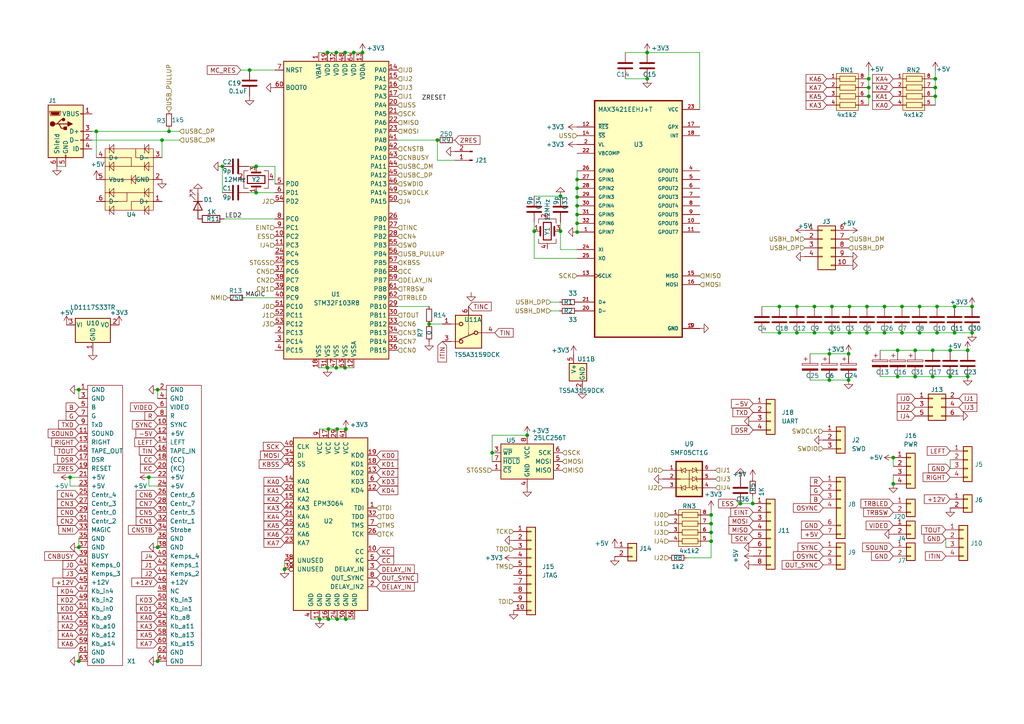
<source format=kicad_sch>
(kicad_sch (version 20230121) (generator eeschema)
  (paper "A4")
  (junction (at 167.386 67.31))
  (junction (at 74.295 55.88))
  (junction (at 276.86 96.52))
  (junction (at 281.94 96.52))
  (junction (at 167.386 64.77))
  (junction (at 261.62 96.52))
  (junction (at 281.94 88.9))
  (junction (at 167.386 54.61))
  (junction (at 206.248 154.432))
  (junction (at 187.706 15.24))
  (junction (at 231.14 88.9))
  (junction (at 265.43 101.6))
  (junction (at 45.72 191.77))
  (junction (at 271.272 27.94))
  (junction (at 95.25 124.46))
  (junction (at 275.59 109.22))
  (junction (at 256.54 96.52))
  (junction (at 102.616 15.24))
  (junction (at 49.022 38.1))
  (junction (at 280.67 101.6))
  (junction (at 167.386 59.69))
  (junction (at 236.22 96.52))
  (junction (at 94.996 15.24))
  (junction (at 22.86 158.75))
  (junction (at 142.748 131.318))
  (junction (at 162.56 67.056))
  (junction (at 241.3 96.52))
  (junction (at 270.51 109.22))
  (junction (at 270.51 101.6))
  (junction (at 97.79 124.46))
  (junction (at 45.72 158.75))
  (junction (at 231.14 96.52))
  (junction (at 240.538 110.236))
  (junction (at 251.968 22.86))
  (junction (at 74.295 48.26))
  (junction (at 251.968 25.4))
  (junction (at 280.67 109.22))
  (junction (at 167.386 52.07))
  (junction (at 152.908 126.238))
  (junction (at 100.076 106.68))
  (junction (at 97.536 106.68))
  (junction (at 226.06 96.52))
  (junction (at 154.94 67.056))
  (junction (at 276.86 88.9))
  (junction (at 214.757 146.05))
  (junction (at 260.35 101.6))
  (junction (at 94.996 106.68))
  (junction (at 27.94 38.1))
  (junction (at 82.55 165.1))
  (junction (at 218.313 146.05))
  (junction (at 246.126 110.236))
  (junction (at 251.968 27.94))
  (junction (at 124.46 93.98))
  (junction (at 256.54 88.9))
  (junction (at 167.386 62.23))
  (junction (at 271.272 22.86))
  (junction (at 246.126 102.616))
  (junction (at 240.538 102.616))
  (junction (at 260.35 109.22))
  (junction (at 246.38 96.52))
  (junction (at 271.272 25.4))
  (junction (at 271.78 88.9))
  (junction (at 251.46 88.9))
  (junction (at 46.99 40.64))
  (junction (at 206.248 151.892))
  (junction (at 97.79 179.578))
  (junction (at 92.71 179.578))
  (junction (at 43.18 138.43))
  (junction (at 72.39 20.32))
  (junction (at 251.46 96.52))
  (junction (at 246.38 88.9))
  (junction (at 64.516 48.26))
  (junction (at 266.7 96.52))
  (junction (at 259.08 132.715))
  (junction (at 275.59 101.6))
  (junction (at 97.536 15.24))
  (junction (at 22.86 191.77))
  (junction (at 261.62 88.9))
  (junction (at 271.78 96.52))
  (junction (at 95.25 179.578))
  (junction (at 162.56 56.896))
  (junction (at 241.3 88.9))
  (junction (at 100.33 179.578))
  (junction (at 100.076 15.24))
  (junction (at 259.08 140.335))
  (junction (at 105.156 15.24))
  (junction (at 167.386 57.15))
  (junction (at 206.248 156.972))
  (junction (at 20.32 138.43))
  (junction (at 236.22 88.9))
  (junction (at 126.873 40.64))
  (junction (at 226.06 88.9))
  (junction (at 100.33 124.46))
  (junction (at 265.43 109.22))
  (junction (at 187.706 22.86))
  (junction (at 206.248 149.352))
  (junction (at 45.72 113.03))
  (junction (at 22.86 113.03))
  (junction (at 266.7 88.9))
  (wire (pts (xy 82.55 162.56) (xy 82.55 165.1)))
  (wire (pts (xy 26.67 38.1) (xy 27.94 38.1)))
  (wire (pts (xy 69.85 20.32) (xy 72.39 20.32)))
  (wire (pts (xy 266.7 96.52) (xy 271.78 96.52)))
  (wire (pts (xy 20.32 140.97) (xy 22.86 140.97)))
  (wire (pts (xy 218.313 146.05) (xy 218.44 146.05)))
  (wire (pts (xy 126.873 40.64) (xy 126.873 46.482)))
  (wire (pts (xy 259.08 132.715) (xy 259.08 135.255)))
  (wire (pts (xy 251.46 96.52) (xy 256.54 96.52)))
  (wire (pts (xy 187.706 15.24) (xy 202.946 15.24)))
  (wire (pts (xy 260.35 109.22) (xy 265.43 109.22)))
  (wire (pts (xy 95.25 179.578) (xy 97.79 179.578)))
  (wire (pts (xy 241.3 96.52) (xy 246.38 96.52)))
  (wire (pts (xy 167.386 52.07) (xy 167.386 49.53)))
  (wire (pts (xy 181.356 15.24) (xy 187.706 15.24)))
  (wire (pts (xy 167.386 67.31) (xy 167.386 64.77)))
  (wire (pts (xy 206.248 151.892) (xy 206.248 154.432)))
  (wire (pts (xy 71.12 86.36) (xy 79.756 86.36)))
  (wire (pts (xy 251.46 88.9) (xy 256.54 88.9)))
  (wire (pts (xy 206.248 154.432) (xy 206.248 156.972)))
  (wire (pts (xy 265.43 109.22) (xy 270.51 109.22)))
  (wire (pts (xy 162.56 64.516) (xy 162.56 67.056)))
  (wire (pts (xy 214.757 146.05) (xy 218.313 146.05)))
  (wire (pts (xy 275.59 133.35) (xy 275.59 135.89)))
  (wire (pts (xy 102.616 15.24) (xy 105.156 15.24)))
  (wire (pts (xy 271.272 25.4) (xy 271.272 27.94)))
  (wire (pts (xy 72.136 48.26) (xy 74.295 48.26)))
  (wire (pts (xy 27.94 38.1) (xy 27.94 45.72)))
  (wire (pts (xy 45.72 115.57) (xy 45.72 113.03)))
  (wire (pts (xy 251.968 20.574) (xy 251.968 22.86)))
  (wire (pts (xy 154.94 74.93) (xy 167.386 74.93)))
  (wire (pts (xy 271.272 27.94) (xy 271.272 30.48)))
  (wire (pts (xy 218.313 143.891) (xy 218.313 146.05)))
  (wire (pts (xy 241.3 88.9) (xy 246.38 88.9)))
  (wire (pts (xy 240.538 102.616) (xy 246.126 102.616)))
  (wire (pts (xy 26.67 40.64) (xy 46.99 40.64)))
  (wire (pts (xy 234.95 110.236) (xy 240.538 110.236)))
  (wire (pts (xy 167.386 57.15) (xy 167.386 54.61)))
  (wire (pts (xy 261.62 96.52) (xy 266.7 96.52)))
  (wire (pts (xy 22.86 115.57) (xy 22.86 113.03)))
  (wire (pts (xy 266.7 88.9) (xy 271.78 88.9)))
  (wire (pts (xy 92.71 179.578) (xy 95.25 179.578)))
  (wire (pts (xy 43.18 140.97) (xy 45.72 140.97)))
  (wire (pts (xy 126.873 46.482) (xy 131.953 46.482)))
  (wire (pts (xy 206.248 149.352) (xy 206.248 151.892)))
  (wire (pts (xy 162.56 67.056) (xy 162.56 72.39)))
  (wire (pts (xy 100.076 15.24) (xy 102.616 15.24)))
  (wire (pts (xy 49.022 38.1) (xy 52.07 38.1)))
  (wire (pts (xy 46.99 40.64) (xy 46.99 45.72)))
  (wire (pts (xy 115.316 88.9) (xy 124.46 88.9)))
  (wire (pts (xy 271.272 22.86) (xy 271.272 25.4)))
  (wire (pts (xy 97.79 124.46) (xy 100.33 124.46)))
  (wire (pts (xy 246.38 88.9) (xy 251.46 88.9)))
  (wire (pts (xy 236.22 96.52) (xy 241.3 96.52)))
  (wire (pts (xy 214.376 146.05) (xy 214.757 146.05)))
  (wire (pts (xy 95.25 124.46) (xy 97.79 124.46)))
  (wire (pts (xy 234.95 102.616) (xy 240.538 102.616)))
  (wire (pts (xy 240.538 110.236) (xy 246.126 110.236)))
  (wire (pts (xy 206.248 147.828) (xy 206.248 149.352)))
  (wire (pts (xy 167.386 64.77) (xy 167.386 62.23)))
  (wire (pts (xy 16.51 48.26) (xy 19.05 48.26)))
  (wire (pts (xy 220.98 88.9) (xy 226.06 88.9)))
  (wire (pts (xy 260.35 101.6) (xy 265.43 101.6)))
  (wire (pts (xy 142.748 131.318) (xy 142.748 126.238)))
  (wire (pts (xy 276.86 88.9) (xy 281.94 88.9)))
  (wire (pts (xy 22.86 189.23) (xy 22.86 191.77)))
  (wire (pts (xy 231.14 88.9) (xy 236.22 88.9)))
  (wire (pts (xy 159.766 87.63) (xy 162.306 87.63)))
  (wire (pts (xy 261.62 88.9) (xy 266.7 88.9)))
  (wire (pts (xy 74.295 55.88) (xy 79.756 55.88)))
  (wire (pts (xy 97.536 15.24) (xy 100.076 15.24)))
  (wire (pts (xy 142.748 126.238) (xy 152.908 126.238)))
  (wire (pts (xy 100.076 106.68) (xy 102.616 106.68)))
  (wire (pts (xy 206.248 156.972) (xy 206.248 161.798)))
  (wire (pts (xy 100.33 179.578) (xy 102.87 179.578)))
  (wire (pts (xy 202.946 15.24) (xy 202.946 31.75)))
  (wire (pts (xy 94.996 106.68) (xy 97.536 106.68)))
  (wire (pts (xy 49.022 37.338) (xy 49.022 38.1)))
  (wire (pts (xy 92.456 15.24) (xy 94.996 15.24)))
  (wire (pts (xy 79.756 48.26) (xy 79.756 53.34)))
  (wire (pts (xy 255.27 109.22) (xy 260.35 109.22)))
  (wire (pts (xy 92.456 106.68) (xy 94.996 106.68)))
  (wire (pts (xy 22.86 158.75) (xy 22.86 156.21)))
  (wire (pts (xy 43.18 138.43) (xy 45.72 138.43)))
  (wire (pts (xy 271.78 88.9) (xy 276.86 88.9)))
  (wire (pts (xy 167.386 59.69) (xy 167.386 57.15)))
  (wire (pts (xy 256.54 96.52) (xy 261.62 96.52)))
  (wire (pts (xy 274.32 156.21) (xy 274.32 158.75)))
  (wire (pts (xy 90.17 179.578) (xy 92.71 179.578)))
  (wire (pts (xy 20.32 138.43) (xy 20.32 140.97)))
  (wire (pts (xy 100.076 106.68) (xy 97.536 106.68)))
  (wire (pts (xy 159.766 90.17) (xy 162.306 90.17)))
  (wire (pts (xy 251.968 25.4) (xy 251.968 27.94)))
  (wire (pts (xy 154.94 67.056) (xy 154.94 74.93)))
  (wire (pts (xy 72.39 20.32) (xy 79.756 20.32)))
  (wire (pts (xy 43.18 138.43) (xy 43.18 140.97)))
  (wire (pts (xy 97.79 179.578) (xy 100.33 179.578)))
  (wire (pts (xy 275.59 101.6) (xy 280.67 101.6)))
  (wire (pts (xy 46.99 40.64) (xy 52.07 40.64)))
  (wire (pts (xy 259.08 137.795) (xy 259.08 140.335)))
  (wire (pts (xy 226.06 88.9) (xy 231.14 88.9)))
  (wire (pts (xy 236.22 88.9) (xy 241.3 88.9)))
  (wire (pts (xy 74.295 48.26) (xy 79.756 48.26)))
  (wire (pts (xy 275.59 109.22) (xy 280.67 109.22)))
  (wire (pts (xy 94.996 15.24) (xy 97.536 15.24)))
  (wire (pts (xy 27.94 38.1) (xy 49.022 38.1)))
  (wire (pts (xy 162.56 56.896) (xy 154.94 56.896)))
  (wire (pts (xy 45.72 189.23) (xy 45.72 191.77)))
  (wire (pts (xy 167.386 62.23) (xy 167.386 59.69)))
  (wire (pts (xy 226.06 96.52) (xy 231.14 96.52)))
  (wire (pts (xy 65.024 63.5) (xy 79.756 63.5)))
  (wire (pts (xy 45.72 158.75) (xy 45.72 156.21)))
  (wire (pts (xy 154.94 64.516) (xy 154.94 67.056)))
  (wire (pts (xy 271.272 20.574) (xy 271.272 22.86)))
  (wire (pts (xy 72.136 55.88) (xy 74.295 55.88)))
  (wire (pts (xy 251.968 22.86) (xy 251.968 25.4)))
  (wire (pts (xy 270.51 101.6) (xy 275.59 101.6)))
  (wire (pts (xy 115.316 40.64) (xy 126.873 40.64)))
  (wire (pts (xy 92.71 124.46) (xy 95.25 124.46)))
  (wire (pts (xy 162.56 72.39) (xy 167.386 72.39)))
  (wire (pts (xy 251.968 27.94) (xy 251.968 30.48)))
  (wire (pts (xy 255.27 101.6) (xy 260.35 101.6)))
  (wire (pts (xy 231.14 96.52) (xy 236.22 96.52)))
  (wire (pts (xy 124.46 93.98) (xy 128.27 93.98)))
  (wire (pts (xy 142.748 131.318) (xy 142.748 133.858)))
  (wire (pts (xy 167.386 54.61) (xy 167.386 52.07)))
  (wire (pts (xy 256.54 88.9) (xy 261.62 88.9)))
  (wire (pts (xy 271.78 96.52) (xy 276.86 96.52)))
  (wire (pts (xy 181.356 22.86) (xy 187.706 22.86)))
  (wire (pts (xy 20.32 138.43) (xy 22.86 138.43)))
  (wire (pts (xy 246.38 96.52) (xy 251.46 96.52)))
  (wire (pts (xy 276.86 96.52) (xy 281.94 96.52)))
  (wire (pts (xy 265.43 101.6) (xy 270.51 101.6)))
  (wire (pts (xy 220.98 96.52) (xy 226.06 96.52)))
  (wire (pts (xy 199.136 161.798) (xy 206.248 161.798)))
  (wire (pts (xy 64.516 48.26) (xy 64.516 55.88)))
  (wire (pts (xy 270.51 109.22) (xy 275.59 109.22)))
  (label "MAGIC" (at 71.12 86.36 0))
  (label "LED2" (at 65.278 63.5 0))
  (label "ZRESET" (at 122.301 29.337 0))
  (global_label "DELAY_IN" (shape input) (at 109.22 170.18 0) (property "Intersheetrefs" "${INTERSHEET_REFS}" (effects hide)))
  (global_label "+5V" (shape input) (at 238.76 154.94 180) (property "Intersheetrefs" "${INTERSHEET_REFS}" (effects hide)))
  (global_label "ZRES" (shape input) (at 22.86 135.89 180) (property "Intersheetrefs" "${INTERSHEET_REFS}" (effects hide)))
  (global_label "KA7" (shape input) (at 82.55 157.48 180) (property "Intersheetrefs" "${INTERSHEET_REFS}" (effects hide)))
  (global_label "KD2" (shape input) (at 109.22 137.16 0) (property "Intersheetrefs" "${INTERSHEET_REFS}" (effects hide)))
  (global_label "KD0" (shape input) (at 22.86 176.53 180) (property "Intersheetrefs" "${INTERSHEET_REFS}" (effects hide)))
  (global_label "J0" (shape input) (at 22.86 163.83 180) (property "Intersheetrefs" "${INTERSHEET_REFS}" (effects hide)))
  (global_label "DELAY_IN" (shape input) (at 109.22 165.1 0) (property "Intersheetrefs" "${INTERSHEET_REFS}" (effects hide)))
  (global_label "G" (shape input) (at 238.76 142.24 180) (property "Intersheetrefs" "${INTERSHEET_REFS}" (effects hide)))
  (global_label "OUT_SYNC" (shape input) (at 109.22 167.64 0) (property "Intersheetrefs" "${INTERSHEET_REFS}" (effects hide)))
  (global_label "KA6" (shape input) (at 22.86 186.69 180) (property "Intersheetrefs" "${INTERSHEET_REFS}" (effects hide)))
  (global_label "KA2" (shape input) (at 82.55 144.78 180) (property "Intersheetrefs" "${INTERSHEET_REFS}" (effects hide)))
  (global_label "MOSI" (shape input) (at 82.55 132.08 180) (property "Intersheetrefs" "${INTERSHEET_REFS}" (effects hide)))
  (global_label "KC" (shape input) (at 109.22 160.02 0) (property "Intersheetrefs" "${INTERSHEET_REFS}" (effects hide)))
  (global_label "TINC" (shape input) (at 135.89 88.9 0) (property "Intersheetrefs" "${INTERSHEET_REFS}" (effects hide)))
  (global_label "J1" (shape input) (at 45.72 163.83 180) (property "Intersheetrefs" "${INTERSHEET_REFS}" (effects hide)))
  (global_label "KA5" (shape input) (at 239.776 27.94 180) (property "Intersheetrefs" "${INTERSHEET_REFS}" (effects hide)))
  (global_label "IJ2" (shape input) (at 265.43 118.11 180) (property "Intersheetrefs" "${INTERSHEET_REFS}" (effects hide)))
  (global_label "KD1" (shape input) (at 45.72 176.53 180) (property "Intersheetrefs" "${INTERSHEET_REFS}" (effects hide)))
  (global_label "KA0" (shape input) (at 259.08 30.48 180) (property "Intersheetrefs" "${INTERSHEET_REFS}" (effects hide)))
  (global_label "J3" (shape input) (at 22.86 166.37 180) (property "Intersheetrefs" "${INTERSHEET_REFS}" (effects hide)))
  (global_label "ITIN" (shape input) (at 274.32 161.29 180) (property "Intersheetrefs" "${INTERSHEET_REFS}" (effects hide)))
  (global_label "ZRES" (shape input) (at 131.953 40.64 0) (property "Intersheetrefs" "${INTERSHEET_REFS}" (effects hide)))
  (global_label "J4" (shape input) (at 45.72 161.29 180) (property "Intersheetrefs" "${INTERSHEET_REFS}" (effects hide)))
  (global_label "CN4" (shape input) (at 22.86 143.51 180) (property "Intersheetrefs" "${INTERSHEET_REFS}" (effects hide)))
  (global_label "TRBSW" (shape input) (at 259.08 148.59 180) (property "Intersheetrefs" "${INTERSHEET_REFS}" (effects hide)))
  (global_label "RIGHT" (shape input) (at 275.59 138.43 180) (property "Intersheetrefs" "${INTERSHEET_REFS}" (effects hide)))
  (global_label "KD3" (shape input) (at 109.22 139.7 0) (property "Intersheetrefs" "${INTERSHEET_REFS}" (effects hide)))
  (global_label "KA7" (shape input) (at 45.72 186.69 180) (property "Intersheetrefs" "${INTERSHEET_REFS}" (effects hide)))
  (global_label "CC" (shape input) (at 109.22 162.56 0) (property "Intersheetrefs" "${INTERSHEET_REFS}" (effects hide)))
  (global_label "KA1" (shape input) (at 259.08 27.94 180) (property "Intersheetrefs" "${INTERSHEET_REFS}" (effects hide)))
  (global_label "CN6" (shape input) (at 45.72 143.51 180) (property "Intersheetrefs" "${INTERSHEET_REFS}" (effects hide)))
  (global_label "CC" (shape input) (at 45.72 133.35 180) (property "Intersheetrefs" "${INTERSHEET_REFS}" (effects hide)))
  (global_label "GND" (shape input) (at 275.59 135.89 180) (property "Intersheetrefs" "${INTERSHEET_REFS}" (effects hide)))
  (global_label "KA7" (shape input) (at 239.776 25.4 180) (property "Intersheetrefs" "${INTERSHEET_REFS}" (effects hide)))
  (global_label "OSYNC" (shape input) (at 238.76 147.32 180) (property "Intersheetrefs" "${INTERSHEET_REFS}" (effects hide)))
  (global_label "KD2" (shape input) (at 22.86 173.99 180) (property "Intersheetrefs" "${INTERSHEET_REFS}" (effects hide)))
  (global_label "+12V" (shape input) (at 275.59 144.78 180) (property "Intersheetrefs" "${INTERSHEET_REFS}" (effects hide)))
  (global_label "KD4" (shape input) (at 22.86 171.45 180) (property "Intersheetrefs" "${INTERSHEET_REFS}" (effects hide)))
  (global_label "SOUND" (shape input) (at 22.86 125.73 180) (property "Intersheetrefs" "${INTERSHEET_REFS}" (effects hide)))
  (global_label "R" (shape input) (at 45.72 120.65 180) (property "Intersheetrefs" "${INTERSHEET_REFS}" (effects hide)))
  (global_label "CN1" (shape input) (at 45.72 151.13 180) (property "Intersheetrefs" "${INTERSHEET_REFS}" (effects hide)))
  (global_label "TXD" (shape input) (at 218.44 119.634 180) (property "Intersheetrefs" "${INTERSHEET_REFS}" (effects hide)))
  (global_label "TXD" (shape input) (at 22.86 123.19 180) (property "Intersheetrefs" "${INTERSHEET_REFS}" (effects hide)))
  (global_label "MC_RES" (shape input) (at 69.85 20.32 180) (property "Intersheetrefs" "${INTERSHEET_REFS}" (effects hide)))
  (global_label "KA3" (shape input) (at 82.55 147.32 180) (property "Intersheetrefs" "${INTERSHEET_REFS}" (effects hide)))
  (global_label "B" (shape input) (at 238.76 144.78 180) (property "Intersheetrefs" "${INTERSHEET_REFS}" (effects hide)))
  (global_label "VIDEO" (shape input) (at 45.72 118.11 180) (property "Intersheetrefs" "${INTERSHEET_REFS}" (effects hide)))
  (global_label "RIGHT" (shape input) (at 22.86 128.27 180) (property "Intersheetrefs" "${INTERSHEET_REFS}" (effects hide)))
  (global_label "KA0" (shape input) (at 45.72 179.07 180) (property "Intersheetrefs" "${INTERSHEET_REFS}" (effects hide)))
  (global_label "SOUND" (shape input) (at 259.08 158.75 180) (property "Intersheetrefs" "${INTERSHEET_REFS}" (effects hide)))
  (global_label "GND" (shape input) (at 274.32 156.21 180) (property "Intersheetrefs" "${INTERSHEET_REFS}" (effects hide)))
  (global_label "SCK" (shape input) (at 82.55 129.54 180) (property "Intersheetrefs" "${INTERSHEET_REFS}" (effects hide)))
  (global_label "KA4" (shape input) (at 22.86 184.15 180) (property "Intersheetrefs" "${INTERSHEET_REFS}" (effects hide)))
  (global_label "SYNC" (shape input) (at 45.72 123.19 180) (property "Intersheetrefs" "${INTERSHEET_REFS}" (effects hide)))
  (global_label "KA4" (shape input) (at 259.08 22.86 180) (property "Intersheetrefs" "${INTERSHEET_REFS}" (effects hide)))
  (global_label "IJ1" (shape input) (at 278.13 115.57 0) (property "Intersheetrefs" "${INTERSHEET_REFS}" (effects hide)))
  (global_label "ESS" (shape input) (at 214.376 146.05 180) (property "Intersheetrefs" "${INTERSHEET_REFS}" (effects hide)))
  (global_label "KA3" (shape input) (at 239.776 30.48 180) (property "Intersheetrefs" "${INTERSHEET_REFS}" (effects hide)))
  (global_label "OSYNC" (shape input) (at 238.76 161.29 180) (property "Intersheetrefs" "${INTERSHEET_REFS}" (effects hide)))
  (global_label "GND" (shape input) (at 259.08 161.29 180) (property "Intersheetrefs" "${INTERSHEET_REFS}" (effects hide)))
  (global_label "EINT" (shape input) (at 218.44 148.59 180) (property "Intersheetrefs" "${INTERSHEET_REFS}" (effects hide)))
  (global_label "KA0" (shape input) (at 82.55 139.7 180) (property "Intersheetrefs" "${INTERSHEET_REFS}" (effects hide)))
  (global_label "NMI" (shape input) (at 22.86 153.67 180) (property "Intersheetrefs" "${INTERSHEET_REFS}" (effects hide)))
  (global_label "KA2" (shape input) (at 22.86 181.61 180) (property "Intersheetrefs" "${INTERSHEET_REFS}" (effects hide)))
  (global_label "LEFT" (shape input) (at 45.72 128.27 180) (property "Intersheetrefs" "${INTERSHEET_REFS}" (effects hide)))
  (global_label "R" (shape input) (at 238.76 139.7 180) (property "Intersheetrefs" "${INTERSHEET_REFS}" (effects hide)))
  (global_label "KD1" (shape input) (at 109.22 134.62 0) (property "Intersheetrefs" "${INTERSHEET_REFS}" (effects hide)))
  (global_label "TIN" (shape input) (at 45.72 130.81 180) (property "Intersheetrefs" "${INTERSHEET_REFS}" (effects hide)))
  (global_label "J2" (shape input) (at 45.72 166.37 180) (property "Intersheetrefs" "${INTERSHEET_REFS}" (effects hide)))
  (global_label "KA2" (shape input) (at 259.08 25.4 180) (property "Intersheetrefs" "${INTERSHEET_REFS}" (effects hide)))
  (global_label "TOUT" (shape input) (at 274.32 153.67 180) (property "Intersheetrefs" "${INTERSHEET_REFS}" (effects hide)))
  (global_label "VIDEO" (shape input) (at 259.08 152.4 180) (property "Intersheetrefs" "${INTERSHEET_REFS}" (effects hide)))
  (global_label "KD0" (shape input) (at 109.22 132.08 0) (property "Intersheetrefs" "${INTERSHEET_REFS}" (effects hide)))
  (global_label "KA5" (shape input) (at 45.72 184.15 180) (property "Intersheetrefs" "${INTERSHEET_REFS}" (effects hide)))
  (global_label "TOUT" (shape input) (at 22.86 130.81 180) (property "Intersheetrefs" "${INTERSHEET_REFS}" (effects hide)))
  (global_label "B" (shape input) (at 22.86 118.11 180) (property "Intersheetrefs" "${INTERSHEET_REFS}" (effects hide)))
  (global_label "+12V" (shape input) (at 22.86 168.91 180) (property "Intersheetrefs" "${INTERSHEET_REFS}" (effects hide)))
  (global_label "SCK" (shape input) (at 218.44 156.21 180) (property "Intersheetrefs" "${INTERSHEET_REFS}" (effects hide)))
  (global_label "G" (shape input) (at 22.86 120.65 180) (property "Intersheetrefs" "${INTERSHEET_REFS}" (effects hide)))
  (global_label "SYNC" (shape input) (at 238.76 158.75 180) (property "Intersheetrefs" "${INTERSHEET_REFS}" (effects hide)))
  (global_label "CN3" (shape input) (at 22.86 146.05 180) (property "Intersheetrefs" "${INTERSHEET_REFS}" (effects hide)))
  (global_label "KA5" (shape input) (at 82.55 152.4 180) (property "Intersheetrefs" "${INTERSHEET_REFS}" (effects hide)))
  (global_label "-5V" (shape input) (at 45.72 125.73 180) (property "Intersheetrefs" "${INTERSHEET_REFS}" (effects hide)))
  (global_label "KD4" (shape input) (at 109.22 142.24 0) (property "Intersheetrefs" "${INTERSHEET_REFS}" (effects hide)))
  (global_label "CN5" (shape input) (at 45.72 148.59 180) (property "Intersheetrefs" "${INTERSHEET_REFS}" (effects hide)))
  (global_label "KA6" (shape input) (at 82.55 154.94 180) (property "Intersheetrefs" "${INTERSHEET_REFS}" (effects hide)))
  (global_label "TIN" (shape input) (at 143.51 96.52 0) (property "Intersheetrefs" "${INTERSHEET_REFS}" (effects hide)))
  (global_label "MOSI" (shape input) (at 218.44 151.13 180) (property "Intersheetrefs" "${INTERSHEET_REFS}" (effects hide)))
  (global_label "KD3" (shape input) (at 45.72 173.99 180) (property "Intersheetrefs" "${INTERSHEET_REFS}" (effects hide)))
  (global_label "DSR" (shape input) (at 218.44 124.714 180) (property "Intersheetrefs" "${INTERSHEET_REFS}" (effects hide)))
  (global_label "CN2" (shape input) (at 22.86 151.13 180) (property "Intersheetrefs" "${INTERSHEET_REFS}" (effects hide)))
  (global_label "IJ0" (shape input) (at 265.43 115.57 180) (property "Intersheetrefs" "${INTERSHEET_REFS}" (effects hide)))
  (global_label "KA1" (shape input) (at 22.86 179.07 180) (property "Intersheetrefs" "${INTERSHEET_REFS}" (effects hide)))
  (global_label "KA4" (shape input) (at 82.55 149.86 180) (property "Intersheetrefs" "${INTERSHEET_REFS}" (effects hide)))
  (global_label "ITIN" (shape input) (at 128.27 99.06 270) (property "Intersheetrefs" "${INTERSHEET_REFS}" (effects hide)))
  (global_label "MISO" (shape input) (at 218.44 153.67 180) (property "Intersheetrefs" "${INTERSHEET_REFS}" (effects hide)))
  (global_label "TRBLED" (shape input) (at 259.08 146.05 180) (property "Intersheetrefs" "${INTERSHEET_REFS}" (effects hide)))
  (global_label "OUT_SYNC" (shape input) (at 238.76 163.83 180) (property "Intersheetrefs" "${INTERSHEET_REFS}" (effects hide)))
  (global_label "DSR" (shape input) (at 22.86 133.35 180) (property "Intersheetrefs" "${INTERSHEET_REFS}" (effects hide)))
  (global_label "KBSS" (shape input) (at 82.55 134.62 180) (property "Intersheetrefs" "${INTERSHEET_REFS}" (effects hide)))
  (global_label "CN0" (shape input) (at 22.86 148.59 180) (property "Intersheetrefs" "${INTERSHEET_REFS}" (effects hide)))
  (global_label "KC" (shape input) (at 45.72 135.89 180) (property "Intersheetrefs" "${INTERSHEET_REFS}" (effects hide)))
  (global_label "IJ4" (shape input) (at 265.43 120.65 180) (property "Intersheetrefs" "${INTERSHEET_REFS}" (effects hide)))
  (global_label "CNBUSY" (shape input) (at 22.86 161.29 180) (property "Intersheetrefs" "${INTERSHEET_REFS}" (effects hide)))
  (global_label "+12V" (shape input) (at 45.72 168.91 180) (property "Intersheetrefs" "${INTERSHEET_REFS}" (effects hide)))
  (global_label "CNSTB" (shape input) (at 45.72 153.67 180) (property "Intersheetrefs" "${INTERSHEET_REFS}" (effects hide)))
  (global_label "LEFT" (shape input) (at 275.59 130.81 180) (property "Intersheetrefs" "${INTERSHEET_REFS}" (effects hide)))
  (global_label "IJ3" (shape input) (at 278.13 118.11 0) (property "Intersheetrefs" "${INTERSHEET_REFS}" (effects hide)))
  (global_label "GND" (shape input) (at 238.76 152.4 180) (property "Intersheetrefs" "${INTERSHEET_REFS}" (effects hide)))
  (global_label "KA6" (shape input) (at 239.776 22.86 180) (property "Intersheetrefs" "${INTERSHEET_REFS}" (effects hide)))
  (global_label "KA1" (shape input) (at 82.55 142.24 180) (property "Intersheetrefs" "${INTERSHEET_REFS}" (effects hide)))
  (global_label "-5V" (shape input) (at 218.44 117.094 180) (property "Intersheetrefs" "${INTERSHEET_REFS}" (effects hide)))
  (global_label "KA3" (shape input) (at 45.72 181.61 180) (property "Intersheetrefs" "${INTERSHEET_REFS}" (effects hide)))
  (global_label "CN7" (shape input) (at 45.72 146.05 180) (property "Intersheetrefs" "${INTERSHEET_REFS}" (effects hide)))
  (hierarchical_label "TMS" (shape input) (at 148.971 164.338 180))
  (hierarchical_label "SCK" (shape input) (at 115.316 33.02 0))
  (hierarchical_label "USBH_DM" (shape input) (at 233.426 69.342 180))
  (hierarchical_label "NMI" (shape input) (at 66.04 86.36 180))
  (hierarchical_label "CN0" (shape input) (at 115.316 101.6 0))
  (hierarchical_label "USS" (shape input) (at 167.386 39.37 180))
  (hierarchical_label "SWDIO" (shape input) (at 238.76 130.175 180))
  (hierarchical_label "J4" (shape input) (at 115.316 58.42 0))
  (hierarchical_label "MISO" (shape input) (at 163.068 136.398 0))
  (hierarchical_label "IJ1" (shape input) (at 207.518 136.398 0))
  (hierarchical_label "J1" (shape input) (at 79.756 91.44 180))
  (hierarchical_label "J0" (shape input) (at 79.756 88.9 180))
  (hierarchical_label "CN1" (shape input) (at 79.756 83.82 180))
  (hierarchical_label "TDI" (shape input) (at 148.971 174.498 180))
  (hierarchical_label "TCK" (shape input) (at 109.22 154.94 0))
  (hierarchical_label "USBC_DM" (shape input) (at 52.07 40.64 0))
  (hierarchical_label "SWDCLK" (shape input) (at 238.76 125.095 180))
  (hierarchical_label "IJ2" (shape input) (at 194.056 161.798 180))
  (hierarchical_label "TMS" (shape input) (at 109.22 152.4 0))
  (hierarchical_label "CN4" (shape input) (at 115.316 68.58 0))
  (hierarchical_label "MOSI" (shape input) (at 163.068 133.858 0))
  (hierarchical_label "MISO" (shape input) (at 202.946 80.01 0))
  (hierarchical_label "USBC_DP" (shape input) (at 52.07 38.1 0))
  (hierarchical_label "CN5" (shape input) (at 79.756 78.74 180))
  (hierarchical_label "J3" (shape input) (at 79.756 93.98 180))
  (hierarchical_label "IJ3" (shape input) (at 207.518 138.938 0))
  (hierarchical_label "SWO" (shape input) (at 115.316 71.12 0))
  (hierarchical_label "TCK" (shape input) (at 148.971 154.178 180))
  (hierarchical_label "ESS" (shape input) (at 79.756 68.58 180))
  (hierarchical_label "TDI" (shape input) (at 109.22 147.32 0))
  (hierarchical_label "IJ3" (shape input) (at 194.056 154.432 180))
  (hierarchical_label "IJ0" (shape input) (at 194.056 149.352 180))
  (hierarchical_label "CNSTB" (shape input) (at 115.316 43.18 0))
  (hierarchical_label "USS" (shape input) (at 115.316 30.48 0))
  (hierarchical_label "TDO" (shape input) (at 109.22 149.86 0))
  (hierarchical_label "USBH_DM" (shape input) (at 159.766 90.17 180))
  (hierarchical_label "CN2" (shape input) (at 79.756 81.28 180))
  (hierarchical_label "IJ0" (shape input) (at 115.316 20.32 0))
  (hierarchical_label "USBH_DP" (shape input) (at 159.766 87.63 180))
  (hierarchical_label "CN6" (shape input) (at 115.316 93.98 0))
  (hierarchical_label "IJ0" (shape input) (at 192.278 136.398 180))
  (hierarchical_label "IJ4" (shape input) (at 79.756 71.12 180))
  (hierarchical_label "MISO" (shape input) (at 115.316 35.56 0))
  (hierarchical_label "SWDIO" (shape input) (at 115.316 53.34 0))
  (hierarchical_label "J2" (shape input) (at 79.756 58.42 180))
  (hierarchical_label "USB_PULLUP" (shape input) (at 115.316 73.66 0))
  (hierarchical_label "IJ1" (shape input) (at 115.316 27.94 0))
  (hierarchical_label "IJ1" (shape input) (at 194.056 151.892 180))
  (hierarchical_label "USBH_DM" (shape input) (at 246.126 69.342 0))
  (hierarchical_label "SWDCLK" (shape input) (at 115.316 55.88 0))
  (hierarchical_label "STGSS" (shape input) (at 79.756 76.2 180))
  (hierarchical_label "STGSS" (shape input) (at 142.748 136.398 180))
  (hierarchical_label "CN7" (shape input) (at 115.316 99.06 0))
  (hierarchical_label "IJ4" (shape input) (at 207.518 141.478 0))
  (hierarchical_label "KBSS" (shape input) (at 115.316 76.2 0))
  (hierarchical_label "CNBUSY" (shape input) (at 115.316 45.72 0))
  (hierarchical_label "USBC_DP" (shape input) (at 115.316 50.8 0))
  (hierarchical_label "MOSI" (shape input) (at 202.946 82.55 0))
  (hierarchical_label "TRBSW" (shape input) (at 115.316 83.82 0))
  (hierarchical_label "IJ4" (shape input) (at 194.056 156.972 180))
  (hierarchical_label "IJ3" (shape input) (at 115.316 25.4 0))
  (hierarchical_label "TOUT" (shape input) (at 115.316 91.44 0))
  (hierarchical_label "IJ2" (shape input) (at 192.278 141.478 180))
  (hierarchical_label "SCK" (shape input) (at 167.386 80.01 180))
  (hierarchical_label "IJ2" (shape input) (at 115.316 22.86 0))
  (hierarchical_label "CN3" (shape input) (at 115.316 96.52 0))
  (hierarchical_label "TDO" (shape input) (at 148.971 159.258 180))
  (hierarchical_label "DELAY_IN" (shape input) (at 115.316 81.28 0))
  (hierarchical_label "USB_PULLUP" (shape input) (at 49.022 32.258 90))
  (hierarchical_label "TRBLED" (shape input) (at 115.316 86.36 0))
  (hierarchical_label "USBC_DM" (shape input) (at 115.316 48.26 0))
  (hierarchical_label "USBH_DP" (shape input) (at 233.426 71.882 180))
  (hierarchical_label "TINC" (shape input) (at 115.316 66.04 0))
  (hierarchical_label "SCK" (shape input) (at 163.068 131.318 0))
  (hierarchical_label "EINT" (shape input) (at 79.756 66.04 180))
  (hierarchical_label "MOSI" (shape input) (at 115.316 38.1 0))
  (hierarchical_label "CC" (shape input) (at 115.316 78.74 0))
  (hierarchical_label "USBH_DP" (shape input) (at 246.126 71.882 0))
  (symbol (lib_id "MAX3421EEHJ_T:MAX3421EEHJ+T") (at 185.166 62.23 0) (unit 1)
    (property "Reference" "U3" (at 185.166 41.91 0))
    (property "Value" "MAX3421EEHJ+T" (at 181.356 31.75 0))
    (property "Footprint" "Package_QFP:LQFP-32_5x5mm_P0.5mm" (effects hide))
    (property "Description" "\\nUSB Controller USB 2.0 SPI Interface 32-TQFP (5x5)\\n" (effects hide))
    (property "Price" "None" (effects hide))
    (property "Availability" "In Stock" (effects hide))
    (property "MP" "MAX3421EEHJ+T" (effects hide))
    (property "MF" "Maxim Integrated" (effects hide))
    (property "Purchase-URL" "https://pricing.snapeda.com/search/part/MAX3421EEHJ+T/?ref=eda" (effects hide))
    (property "Package" "TQFP-32 Maxim" (effects hide))
  )
  (symbol (lib_id "power:GND") (at 202.946 95.25 90) (unit 1)
    (property "Reference" "#PWR0101" (effects hide))
    (property "Value" "GND" (effects hide))
  )
  (symbol (lib_id "power:+3.3V") (at 187.706 15.24 0) (unit 1)
    (property "Reference" "#PWR0102" (effects hide))
    (property "Value" "+3.3V" (at 191.516 13.97 0))
  )
  (symbol (lib_id "power:GND") (at 79.756 25.4 270) (unit 1)
    (property "Reference" "#PWR0103" (effects hide))
    (property "Value" "GND" (effects hide))
  )
  (symbol (lib_id "psk:EPM3064_KbdHub") (at 102.87 165.1 0) (unit 1)
    (property "Reference" "U2" (at 95.25 151.13 0))
    (property "Value" "EPM3064" (at 95.25 146.05 0))
    (property "Footprint" "Package_QFP:TQFP-44_10x10mm_P0.8mm" (effects hide))
  )
  (symbol (lib_id "psk:ScorpionEdgeConnector") (at 35.56 156.21 0) (unit 1)
    (property "Reference" "X1" (at 36.83 191.77 0) (effects (justify left)))
    (property "Value" "ScorpionEdgeConnector" (effects hide))
    (property "Footprint" "card:PADS_2.5_32" (effects hide))
  )
  (symbol (lib_id "power:GND") (at 22.86 191.77 270) (unit 1)
    (property "Reference" "#PWR0105" (effects hide))
    (property "Value" "GND" (effects hide))
  )
  (symbol (lib_id "power:GND") (at 45.72 191.77 270) (unit 1)
    (property "Reference" "#PWR0106" (effects hide))
    (property "Value" "GND" (effects hide))
  )
  (symbol (lib_id "power:GND") (at 22.86 113.03 270) (unit 1)
    (property "Reference" "#PWR0107" (effects hide))
    (property "Value" "GND" (effects hide))
  )
  (symbol (lib_id "power:GND") (at 45.72 113.03 270) (unit 1)
    (property "Reference" "#PWR0108" (effects hide))
    (property "Value" "GND" (effects hide))
  )
  (symbol (lib_id "Device:Crystal_GND24") (at 74.295 52.07 90) (unit 1)
    (property "Reference" "Y2" (at 73.025 52.07 90) (effects (justify right)))
    (property "Value" "12MHz" (at 64.897 52.07 90) (effects (justify right)))
    (property "Footprint" "Crystal:Crystal_SMD_3225-4Pin_3.2x2.5mm" (effects hide))
  )
  (symbol (lib_id "Device:C") (at 68.326 55.88 270) (unit 1)
    (property "Reference" "C1" (at 64.516 54.61 90) (effects (justify left)))
    (property "Value" "9p" (at 64.516 57.15 90) (effects (justify left)))
    (property "Footprint" "Capacitor_SMD:C_0805_2012Metric" (effects hide))
  )
  (symbol (lib_id "Device:C") (at 68.326 48.26 270) (unit 1)
    (property "Reference" "C2" (at 64.516 46.99 90) (effects (justify left)))
    (property "Value" "9p" (at 64.516 49.53 90) (effects (justify left)))
    (property "Footprint" "Capacitor_SMD:C_0805_2012Metric" (effects hide))
  )
  (symbol (lib_id "power:GND") (at 64.516 48.26 270) (unit 1)
    (property "Reference" "#PWR0110" (effects hide))
    (property "Value" "GND" (effects hide))
  )
  (symbol (lib_id "Connector:USB_B_Mini") (at 19.05 38.1 0) (unit 1)
    (property "Reference" "J1" (at 15.24 29.21 0))
    (property "Value" "USB_B_Mini" (effects hide))
    (property "Footprint" "card:usb_mini" (effects hide))
  )
  (symbol (lib_id "Device:R_Small") (at 164.846 87.63 270) (unit 1)
    (property "Reference" "R1" (at 164.846 87.63 90))
    (property "Value" "33" (at 166.116 85.09 90))
    (property "Footprint" "Resistor_SMD:R_0805_2012Metric" (effects hide))
  )
  (symbol (lib_id "Device:R_Small") (at 164.846 90.17 270) (unit 1)
    (property "Reference" "R2" (at 164.846 90.17 90))
    (property "Value" "33" (at 166.116 92.71 90))
    (property "Footprint" "Resistor_SMD:R_0805_2012Metric" (effects hide))
  )
  (symbol (lib_id "psk:IP4220CZ6") (at 38.1 63.5 0) (unit 1)
    (property "Reference" "U4" (at 38.1 62.23 0))
    (property "Value" "IP4220CZ6" (effects hide))
    (property "Footprint" "Package_SO:TSOP-6_1.65x3.05mm_P0.95mm" (effects hide))
  )
  (symbol (lib_id "Device:C") (at 275.59 105.41 0) (unit 1)
    (property "Reference" "C21" (at 274.32 107.95 0) (effects (justify left)))
    (property "Value" "C" (effects hide))
    (property "Footprint" "Capacitor_SMD:C_0805_2012Metric" (effects hide))
  )
  (symbol (lib_id "Device:C") (at 280.67 105.41 0) (unit 1)
    (property "Reference" "C23" (at 279.4 107.95 0) (effects (justify left)))
    (property "Value" "C" (effects hide))
    (property "Footprint" "Capacitor_SMD:C_0805_2012Metric" (effects hide))
  )
  (symbol (lib_id "power:GND") (at 280.67 109.22 0) (unit 1)
    (property "Reference" "#PWR0134" (effects hide))
    (property "Value" "GND" (effects hide))
  )
  (symbol (lib_id "power:+5V") (at 280.67 101.6 0) (unit 1)
    (property "Reference" "#PWR0141" (effects hide))
    (property "Value" "+5V" (at 276.86 100.33 0))
  )
  (symbol (lib_id "power:GND") (at 45.72 158.75 270) (unit 1)
    (property "Reference" "#PWR0119" (effects hide))
    (property "Value" "GND" (effects hide))
  )
  (symbol (lib_id "power:+3.3V") (at 100.33 124.46 0) (unit 1)
    (property "Reference" "#PWR0115" (effects hide))
    (property "Value" "+3.3V" (at 104.14 123.19 0))
  )
  (symbol (lib_id "power:GND") (at 22.86 158.75 270) (unit 1)
    (property "Reference" "#PWR0120" (effects hide))
    (property "Value" "GND" (effects hide))
  )
  (symbol (lib_id "power:GND") (at 167.386 67.31 270) (unit 1)
    (property "Reference" "#PWR0117" (effects hide))
    (property "Value" "GND" (effects hide))
  )
  (symbol (lib_id "Device:R_Small") (at 49.022 34.798 0) (unit 1)
    (property "Reference" "R3" (at 46.736 35.052 0))
    (property "Value" "1k5" (at 51.562 34.798 0))
    (property "Footprint" "Resistor_SMD:R_0805_2012Metric" (effects hide))
  )
  (symbol (lib_id "power:GND") (at 16.51 48.26 0) (unit 1)
    (property "Reference" "#PWR0112" (effects hide))
    (property "Value" "GND" (effects hide))
  )
  (symbol (lib_id "power:GND") (at 46.99 52.07 0) (unit 1)
    (property "Reference" "#PWR0135" (effects hide))
    (property "Value" "GND" (effects hide))
  )
  (symbol (lib_id "power:+5V") (at 27.94 52.07 0) (unit 1)
    (property "Reference" "#PWR0142" (effects hide))
    (property "Value" "+5V" (at 28.321 47.6758 0))
  )
  (symbol (lib_id "Device:C") (at 251.46 92.71 0) (unit 1)
    (property "Reference" "C5" (at 250.19 95.25 0) (effects (justify left)))
    (property "Value" "C" (effects hide))
    (property "Footprint" "Capacitor_SMD:C_0805_2012Metric" (effects hide))
  )
  (symbol (lib_id "Device:C") (at 261.62 92.71 0) (unit 1)
    (property "Reference" "C7" (at 260.35 95.25 0) (effects (justify left)))
    (property "Value" "C" (effects hide))
    (property "Footprint" "Capacitor_SMD:C_0805_2012Metric" (effects hide))
  )
  (symbol (lib_id "Device:C") (at 266.7 92.71 0) (unit 1)
    (property "Reference" "C8" (at 265.43 95.25 0) (effects (justify left)))
    (property "Value" "C" (effects hide))
    (property "Footprint" "Capacitor_SMD:C_0805_2012Metric" (effects hide))
  )
  (symbol (lib_id "Device:C") (at 276.86 92.71 0) (unit 1)
    (property "Reference" "C11" (at 275.59 95.25 0) (effects (justify left)))
    (property "Value" "C" (effects hide))
    (property "Footprint" "Capacitor_SMD:C_0805_2012Metric" (effects hide))
  )
  (symbol (lib_id "power:GND") (at 281.94 96.52 0) (unit 1)
    (property "Reference" "#PWR0122" (effects hide))
    (property "Value" "GND" (effects hide))
  )
  (symbol (lib_id "power:+3.3V") (at 281.94 88.9 0) (unit 1)
    (property "Reference" "#PWR0123" (effects hide))
    (property "Value" "+3.3V" (at 278.13 87.63 0))
  )
  (symbol (lib_id "Device:C") (at 187.706 19.05 0) (unit 1)
    (property "Reference" "C15" (at 186.436 21.59 0) (effects (justify left)))
    (property "Value" "C" (effects hide))
    (property "Footprint" "Capacitor_SMD:C_0805_2012Metric" (effects hide))
  )
  (symbol (lib_id "Device:C") (at 181.356 19.05 0) (mirror y) (unit 1)
    (property "Reference" "C14" (at 182.626 21.59 0) (effects (justify left)))
    (property "Value" "C" (effects hide))
    (property "Footprint" "Capacitor_SMD:C_0805_2012Metric" (effects hide))
  )
  (symbol (lib_id "power:GND") (at 187.706 22.86 0) (unit 1)
    (property "Reference" "#PWR0128" (effects hide))
    (property "Value" "GND" (effects hide))
  )
  (symbol (lib_id "Device:C_Polarized") (at 260.35 105.41 0) (unit 1)
    (property "Reference" "C16" (at 259.08 107.95 0) (effects (justify left)))
    (property "Value" "CP" (effects hide))
    (property "Footprint" "Capacitor_THT:C_Radial_D6.3mm_H11.0mm_P2.50mm" (effects hide))
  )
  (symbol (lib_id "Connector_Generic:Conn_02x05_Top_Bottom") (at 238.506 71.882 0) (unit 1)
    (property "Reference" "J3" (at 238.506 64.262 0) (effects (justify left)))
    (property "Value" "Conn_01x04" (effects hide))
    (property "Footprint" "Connector_PinHeader_2.54mm:PinHeader_2x05_P2.54mm_Vertical" (effects hide))
  )
  (symbol (lib_id "power:+5V") (at 233.426 66.802 90) (unit 1)
    (property "Reference" "#PWR02" (effects hide))
    (property "Value" "+5V" (at 233.426 65.532 90))
  )
  (symbol (lib_id "power:GND") (at 233.426 74.422 270) (unit 1)
    (property "Reference" "#PWR01" (effects hide))
    (property "Value" "GND" (effects hide))
  )
  (symbol (lib_id "power:+5V") (at 271.272 20.574 0) (unit 1)
    (property "Reference" "#PWR0116" (effects hide))
    (property "Value" "+5V" (at 273.558 20.066 0))
  )
  (symbol (lib_name "CAY16-122J4LF_1") (lib_id "CAY16-122J4LF:CAY16-122J4LF") (at 267.97 30.48 0) (unit 1)
    (property "Reference" "RN2" (at 264.922 20.32 0))
    (property "Value" "4x1k2" (at 264.922 33.274 0))
    (property "Footprint" "card:RESCAF80P320X160X60-8N" (effects hide))
    (property "MANUFACTURER" "Bourns" (effects hide))
    (property "STANDARD" "IPC-7351B" (effects hide))
  )
  (symbol (lib_id "Device:R_Small") (at 124.46 96.52 180) (unit 1)
    (property "Reference" "R7" (at 121.92 96.52 90))
    (property "Value" "0" (at 124.46 96.52 90))
    (property "Footprint" "Resistor_SMD:R_0805_2012Metric" (effects hide))
  )
  (symbol (lib_id "Connector_Generic:Conn_01x04") (at 279.4 156.21 0) (unit 1)
    (property "Reference" "J10" (at 281.432 157.5816 0) (effects (justify left)))
    (property "Value" "Conn_01x04" (effects hide))
    (property "Footprint" "Connector_PinHeader_2.54mm:PinHeader_1x04_P2.54mm_Vertical" (effects hide))
  )
  (symbol (lib_id "power:+5V") (at 20.32 138.43 90) (unit 1)
    (property "Reference" "#PWR0114" (effects hide))
    (property "Value" "+5V" (at 17.78 140.97 90))
  )
  (symbol (lib_id "power:+5V") (at 43.18 138.43 90) (unit 1)
    (property "Reference" "#PWR0118" (effects hide))
    (property "Value" "+5V" (at 40.64 140.97 90))
  )
  (symbol (lib_id "Device:C") (at 270.51 105.41 0) (unit 1)
    (property "Reference" "C17" (at 269.24 107.95 0) (effects (justify left)))
    (property "Value" "C" (effects hide))
    (property "Footprint" "Capacitor_SMD:C_0805_2012Metric" (effects hide))
  )
  (symbol (lib_id "power:GND") (at 218.44 163.83 270) (unit 1)
    (property "Reference" "#PWR0144" (effects hide))
    (property "Value" "GND" (effects hide))
  )
  (symbol (lib_id "power:+5V") (at 218.44 161.29 90) (unit 1)
    (property "Reference" "#PWR0148" (effects hide))
    (property "Value" "+5V" (at 213.36 161.29 0))
  )
  (symbol (lib_id "Connector_Generic:Conn_01x08") (at 223.52 153.67 0) (unit 1)
    (property "Reference" "J11" (at 225.552 153.8732 0) (effects (justify left)))
    (property "Value" "Conn_01x08" (effects hide))
    (property "Footprint" "Connector_IDC:IDC-Header_2x04_P2.54mm_Vertical" (effects hide))
  )
  (symbol (lib_id "power:GND") (at 218.44 158.75 270) (unit 1)
    (property "Reference" "#PWR08" (effects hide))
    (property "Value" "GND" (effects hide))
  )
  (symbol (lib_id "Device:C") (at 271.78 92.71 0) (unit 1)
    (property "Reference" "C10" (at 270.51 95.25 0) (effects (justify left)))
    (property "Value" "C" (effects hide))
    (property "Footprint" "Capacitor_SMD:C_0805_2012Metric" (effects hide))
  )
  (symbol (lib_id "power:GND") (at 82.55 165.1 0) (unit 1)
    (property "Reference" "#PWR0124" (effects hide))
    (property "Value" "GND" (effects hide))
  )
  (symbol (lib_id "Device:R_Small") (at 196.596 161.798 270) (unit 1)
    (property "Reference" "R8" (at 196.596 161.798 90))
    (property "Value" "1k2" (at 196.596 164.338 90))
    (property "Footprint" "Resistor_SMD:R_0805_2012Metric" (effects hide))
  )
  (symbol (lib_id "Connector_Generic:Conn_02x03_Odd_Even") (at 270.51 118.11 0) (unit 1)
    (property "Reference" "J13" (at 271.78 113.03 0))
    (property "Value" "Conn_02x03_Odd_Even" (effects hide))
    (property "Footprint" "Connector_PinHeader_2.54mm:PinHeader_2x03_P2.54mm_Vertical" (effects hide))
  )
  (symbol (lib_id "power:GND") (at 278.13 120.65 90) (unit 1)
    (property "Reference" "#PWR03" (effects hide))
    (property "Value" "GND" (effects hide))
  )
  (symbol (lib_id "Connector_Generic:Conn_01x02") (at 280.67 144.78 0) (unit 1)
    (property "Reference" "J6" (at 282.702 144.9832 0) (effects (justify left)))
    (property "Value" "Conn_01x02" (effects hide))
    (property "Footprint" "Connector_PinHeader_2.54mm:PinHeader_1x02_P2.54mm_Vertical" (effects hide))
  )
  (symbol (lib_id "power:GND") (at 275.59 147.32 0) (unit 1)
    (property "Reference" "#PWR0139" (effects hide))
    (property "Value" "GND" (effects hide))
  )
  (symbol (lib_id "psk:Conn_01x07_RGB") (at 243.84 147.32 0) (unit 1)
    (property "Reference" "J8" (at 245.872 146.2532 0) (effects (justify left)))
    (property "Value" "Conn_01x07_RGB" (effects hide))
    (property "Footprint" "card:PinHeader_1x07_P2.54mm_Vertical_RGB" (effects hide))
  )
  (symbol (lib_id "Device:C") (at 256.54 92.71 0) (unit 1)
    (property "Reference" "C26" (at 255.27 95.25 0) (effects (justify left)))
    (property "Value" "C" (effects hide))
    (property "Footprint" "Capacitor_SMD:C_0805_2012Metric" (effects hide))
  )
  (symbol (lib_id "Connector_Generic:Conn_01x03") (at 243.84 161.29 0) (unit 1)
    (property "Reference" "J9" (at 245.872 160.2232 0) (effects (justify left)))
    (property "Value" "Conn_01x03" (effects hide))
    (property "Footprint" "Connector_PinHeader_2.54mm:PinHeader_1x03_P2.54mm_Vertical" (effects hide))
  )
  (symbol (lib_id "Connector_Generic:Conn_01x02") (at 264.16 152.4 0) (unit 1)
    (property "Reference" "J4" (at 260.35 156.21 0) (effects (justify left)))
    (property "Value" "Conn_01x02" (effects hide))
    (property "Footprint" "Connector_PinHeader_2.54mm:PinHeader_1x02_P2.54mm_Vertical" (effects hide))
  )
  (symbol (lib_id "power:GND") (at 259.08 154.94 270) (unit 1)
    (property "Reference" "#PWR0113" (effects hide))
    (property "Value" "GND" (effects hide))
  )
  (symbol (lib_id "Connector_Generic:Conn_01x04") (at 280.67 133.35 0) (unit 1)
    (property "Reference" "J5" (at 282.702 134.7216 0) (effects (justify left)))
    (property "Value" "Conn_01x04" (effects hide))
    (property "Footprint" "Connector_PinHeader_2.54mm:PinHeader_1x04_P2.54mm_Vertical" (effects hide))
  )
  (symbol (lib_id "Connector_Generic:Conn_01x02") (at 264.16 158.75 0) (unit 1)
    (property "Reference" "J7" (at 260.35 162.56 0) (effects (justify left)))
    (property "Value" "Conn_01x02" (effects hide))
    (property "Footprint" "Connector_PinHeader_2.54mm:PinHeader_1x02_P2.54mm_Vertical" (effects hide))
  )
  (symbol (lib_id "power:GND") (at 26.924 101.854 0) (unit 1)
    (property "Reference" "#PWR010" (effects hide))
    (property "Value" "GND" (effects hide))
  )
  (symbol (lib_id "power:+5V") (at 251.968 20.574 0) (unit 1)
    (property "Reference" "#PWR0121" (effects hide))
    (property "Value" "+5V" (at 254.254 20.066 0))
  )
  (symbol (lib_id "power:GND") (at 192.278 138.938 270) (unit 1)
    (property "Reference" "#PWR0150" (effects hide))
    (property "Value" "GND" (effects hide))
  )
  (symbol (lib_id "power:GND") (at 259.08 140.335 0) (unit 1)
    (property "Reference" "#PWR0164" (effects hide))
    (property "Value" "GND" (effects hide))
  )
  (symbol (lib_name "CAY16-122J4LF_1") (lib_id "CAY16-122J4LF:CAY16-122J4LF") (at 202.946 156.972 0) (unit 1)
    (property "Reference" "RN3" (at 199.898 146.812 0))
    (property "Value" "4x1k2" (at 199.898 159.766 0))
    (property "Footprint" "card:RESCAF80P320X160X60-8N" (effects hide))
    (property "MANUFACTURER" "Bourns" (effects hide))
    (property "STANDARD" "IPC-7351B" (effects hide))
  )
  (symbol (lib_id "power:+3.3V") (at 34.544 94.234 0) (unit 1)
    (property "Reference" "#PWR011" (effects hide))
    (property "Value" "+3.3V" (at 34.544 90.678 0))
  )
  (symbol (lib_id "Connector_Generic:Conn_01x03") (at 243.84 127.635 0) (unit 1)
    (property "Reference" "J2" (at 247.015 127.6349 0) (effects (justify left)))
    (property "Value" "SWD" (at 247.015 130.1749 0) (effects (justify left)))
    (property "Footprint" "Connector_PinHeader_2.54mm:PinHeader_1x03_P2.54mm_Vertical" (effects hide))
  )
  (symbol (lib_id "Device:C") (at 220.98 92.71 0) (unit 1)
    (property "Reference" "C4" (at 219.71 95.25 0) (effects (justify left)))
    (property "Value" "4.7uF" (effects hide))
    (property "Footprint" "Capacitor_SMD:C_0805_2012Metric" (effects hide))
  )
  (symbol (lib_id "power:GND") (at 168.91 113.03 0) (unit 1)
    (property "Reference" "#PWR0133" (effects hide))
    (property "Value" "GND" (effects hide))
  )
  (symbol (lib_id "Device:R_Small") (at 129.413 40.64 270) (unit 1)
    (property "Reference" "R9" (at 129.413 40.64 90))
    (property "Value" "250" (at 129.413 38.862 90))
    (property "Footprint" "Resistor_SMD:R_0805_2012Metric" (effects hide))
  )
  (symbol (lib_id "Connector_Generic:Conn_01x04") (at 223.52 119.634 0) (unit 1)
    (property "Reference" "J18" (at 226.695 119.6339 0) (effects (justify left)))
    (property "Value" "UART" (at 226.695 122.1739 0) (effects (justify left)))
    (property "Footprint" "Connector_PinHeader_2.54mm:PinHeader_1x04_P2.54mm_Vertical" (effects hide))
  )
  (symbol (lib_id "Device:C") (at 241.3 92.71 0) (unit 1)
    (property "Reference" "C35" (at 240.03 95.25 0) (effects (justify left)))
    (property "Value" "C" (effects hide))
    (property "Footprint" "Capacitor_SMD:C_0805_2012Metric" (effects hide))
  )
  (symbol (lib_id "Device:C") (at 214.757 142.24 0) (unit 1)
    (property "Reference" "C36" (at 213.487 144.78 0) (effects (justify left)))
    (property "Value" "C" (effects hide))
    (property "Footprint" "Capacitor_SMD:C_0805_2012Metric" (effects hide))
  )
  (symbol (lib_id "power:+5V") (at 178.308 158.877 0) (unit 1)
    (property "Reference" "#PWR016" (effects hide))
    (property "Value" "+5V" (at 174.498 157.607 0))
  )
  (symbol (lib_id "power:GND") (at 148.971 177.038 0) (unit 1)
    (property "Reference" "#PWR0137" (effects hide))
    (property "Value" "GND" (effects hide))
  )
  (symbol (lib_id "power:GND") (at 214.757 138.43 180) (unit 1)
    (property "Reference" "#PWR019" (effects hide))
    (property "Value" "GND" (effects hide))
  )
  (symbol (lib_id "power:+3.3V") (at 152.908 126.238 0) (unit 1)
    (property "Reference" "#PWR0111" (effects hide))
    (property "Value" "+3.3V" (at 156.718 124.968 0))
  )
  (symbol (lib_id "Connector_Generic:Conn_01x02") (at 183.388 158.877 0) (unit 1)
    (property "Reference" "J14" (at 185.42 159.0802 0) (effects (justify left)))
    (property "Value" "+5В" (effects hide))
    (property "Footprint" "Connector_PinHeader_2.54mm:PinHeader_1x02_P2.54mm_Vertical" (effects hide))
  )
  (symbol (lib_id "Device:Crystal_GND24") (at 158.75 67.056 0) (unit 1)
    (property "Reference" "Y1" (at 158.75 65.786 90) (effects (justify right)))
    (property "Value" "12MHz" (at 158.75 57.658 90) (effects (justify right)))
    (property "Footprint" "Crystal:Crystal_SMD_3225-4Pin_3.2x2.5mm" (effects hide))
  )
  (symbol (lib_id "Connector_Generic:Conn_01x10") (at 154.051 164.338 0) (unit 1)
    (property "Reference" "J15" (at 157.226 164.3379 0) (effects (justify left)))
    (property "Value" "JTAG" (at 157.226 166.8779 0) (effects (justify left)))
    (property "Footprint" "Connector_PinHeader_2.54mm:PinHeader_2x05_P2.54mm_Vertical" (effects hide))
  )
  (symbol (lib_id "Connector_Generic:Conn_01x04") (at 264.16 135.255 0) (unit 1)
    (property "Reference" "J16" (at 264.16 126.365 0))
    (property "Value" "PWR" (at 264.16 128.905 0))
    (property "Footprint" "card-backups:pwr" (effects hide))
  )
  (symbol (lib_id "Device:R_Small") (at 218.313 141.351 180) (unit 1)
    (property "Reference" "R5" (at 218.313 141.351 90))
    (property "Value" "1K" (at 220.853 142.621 90))
    (property "Footprint" "Resistor_SMD:R_0805_2012Metric" (effects hide))
  )
  (symbol (lib_id "power:GND") (at 92.71 179.578 0) (unit 1)
    (property "Reference" "#PWR0132" (effects hide))
    (property "Value" "GND" (effects hide))
  )
  (symbol (lib_id "power:GND") (at 162.56 56.896 180) (unit 1)
    (property "Reference" "#PWR05" (effects hide))
    (property "Value" "GND" (effects hide))
  )
  (symbol (lib_id "power:+3.3V") (at 105.156 15.24 0) (unit 1)
    (property "Reference" "#PWR0126" (effects hide))
    (property "Value" "+3.3V" (at 108.966 13.97 0))
  )
  (symbol (lib_id "power:+5V") (at 218.313 138.811 0) (unit 1)
    (property "Reference" "#PWR020" (effects hide))
    (property "Value" "+5V" (at 214.503 137.541 0))
  )
  (symbol (lib_id "power:GND") (at 94.996 106.68 0) (unit 1)
    (property "Reference" "#PWR0109" (effects hide))
    (property "Value" "GND" (effects hide))
  )
  (symbol (lib_name "CAY16-122J4LF_1") (lib_id "CAY16-122J4LF:CAY16-122J4LF") (at 248.666 30.48 0) (unit 1)
    (property "Reference" "RN1" (at 245.618 20.32 0))
    (property "Value" "4x1k2" (at 245.618 33.274 0))
    (property "Footprint" "card:RESCAF80P320X160X60-8N" (effects hide))
    (property "MANUFACTURER" "Bourns" (effects hide))
    (property "STANDARD" "IPC-7351B" (effects hide))
  )
  (symbol (lib_name "TS5A3159DCK_1") (lib_id "Analog_Switch:TS5A3159DCK") (at 166.37 115.57 0) (unit 2)
    (property "Reference" "U11" (at 167.386 104.14 0) (effects (justify left)))
    (property "Value" "TS5A3159DCK" (at 162.052 113.284 0) (effects (justify left)))
    (property "Footprint" "Package_TO_SOT_SMD:SOT-363_SC-70-6" (effects hide))
    (property "Datasheet" "http://www.ti.com/lit/ds/symlink/ts5a3159.pdf" (effects hide))
  )
  (symbol (lib_id "power:+5V") (at 19.304 94.234 0) (unit 1)
    (property "Reference" "#PWR09" (effects hide))
    (property "Value" "+5V" (at 19.304 90.678 0))
  )
  (symbol (lib_id "power:+3.3V") (at 246.126 102.616 0) (unit 1)
    (property "Reference" "#PWR06" (effects hide))
    (property "Value" "+3.3V" (at 242.316 101.346 0))
  )
  (symbol (lib_id "Device:R_Small") (at 68.58 86.36 270) (unit 1)
    (property "Reference" "R13" (at 68.326 84.328 90))
    (property "Value" "250" (at 68.58 86.36 90))
    (property "Footprint" "Resistor_SMD:R_0805_2012Metric" (effects hide))
  )
  (symbol (lib_id "power:GND") (at 238.76 127.635 270) (unit 1)
    (property "Reference" "#PWR0131" (effects hide))
    (property "Value" "GND" (effects hide))
  )
  (symbol (lib_id "Device:C_Polarized") (at 265.43 105.41 0) (unit 1)
    (property "Reference" "C31" (at 264.16 107.95 0) (effects (justify left)))
    (property "Value" "CP" (effects hide))
    (property "Footprint" "Capacitor_Tantalum_SMD:CP_EIA-3528-12_Kemet-T" (effects hide))
  )
  (symbol (lib_id "power:GND") (at 57.404 55.88 180) (unit 1)
    (property "Reference" "#PWR0162" (effects hide))
    (property "Value" "GND" (effects hide))
  )
  (symbol (lib_id "power:GND") (at 72.39 27.94 0) (unit 1)
    (property "Reference" "#PWR0167" (effects hide))
    (property "Value" "GND" (effects hide))
  )
  (symbol (lib_id "Device:C") (at 281.94 92.71 0) (unit 1)
    (property "Reference" "C30" (at 280.67 95.25 0) (effects (justify left)))
    (property "Value" "C" (effects hide))
    (property "Footprint" "Capacitor_SMD:C_0805_2012Metric" (effects hide))
  )
  (symbol (lib_id "power:GND") (at 178.308 161.417 0) (unit 1)
    (property "Reference" "#PWR014" (effects hide))
    (property "Value" "GND" (effects hide))
  )
  (symbol (lib_id "power:GND") (at 218.44 122.174 270) (unit 1)
    (property "Reference" "#PWR017" (effects hide))
    (property "Value" "GND" (effects hide))
  )
  (symbol (lib_id "Device:C") (at 226.06 92.71 0) (unit 1)
    (property "Reference" "C18" (at 224.79 95.25 0) (effects (justify left)))
    (property "Value" "4.7uF" (effects hide))
    (property "Footprint" "Capacitor_SMD:C_0805_2012Metric" (effects hide))
  )
  (symbol (lib_id "Device:C_Polarized") (at 255.27 105.41 0) (unit 1)
    (property "Reference" "C13" (at 254 107.95 0) (effects (justify left)))
    (property "Value" "CP" (effects hide))
    (property "Footprint" "Capacitor_SMD:CP_Elec_6.3x7.7" (effects hide))
  )
  (symbol (lib_id "power:+3.3V") (at 166.37 102.87 0) (unit 1)
    (property "Reference" "#PWR0168" (effects hide))
    (property "Value" "+3.3V" (at 162.56 101.6 0))
  )
  (symbol (lib_id "Device:C_Polarized") (at 240.538 106.426 0) (unit 1)
    (property "Reference" "C6" (at 239.268 108.966 0) (effects (justify left)))
    (property "Value" "CP" (effects hide))
    (property "Footprint" "Capacitor_Tantalum_SMD:CP_EIA-3528-12_Kemet-T" (effects hide))
  )
  (symbol (lib_id "Device:C") (at 162.56 60.706 180) (unit 1)
    (property "Reference" "C33" (at 163.83 56.896 90) (effects (justify left)))
    (property "Value" "9p" (at 161.29 56.896 90) (effects (justify left)))
    (property "Footprint" "Capacitor_SMD:C_0805_2012Metric" (effects hide))
  )
  (symbol (lib_id "Device:C") (at 236.22 92.71 0) (unit 1)
    (property "Reference" "C9" (at 234.95 95.25 0) (effects (justify left)))
    (property "Value" "C" (effects hide))
    (property "Footprint" "Capacitor_SMD:C_0805_2012Metric" (effects hide))
  )
  (symbol (lib_id "Regulator_Linear:LD1117S33TR_SOT223") (at 26.924 94.234 0) (unit 1)
    (property "Reference" "U10" (at 26.924 93.726 0))
    (property "Value" "LD1117S33TR" (at 26.924 89.154 0))
    (property "Footprint" "Package_TO_SOT_SMD:SOT-223-3_TabPin2" (effects hide))
    (property "Datasheet" "http://www.st.com/st-web-ui/static/active/en/resource/technical/document/datasheet/CD00000544.pdf" (effects hide))
  )
  (symbol (lib_id "power:+3.3V") (at 167.386 41.91 90) (unit 1)
    (property "Reference" "#PWR0129" (effects hide))
    (property "Value" "+3.3V" (at 161.036 41.91 90))
  )
  (symbol (lib_id "power:GND") (at 136.652 84.836 0) (unit 1)
    (property "Reference" "#PWR04" (effects hide))
    (property "Value" "GND" (effects hide))
  )
  (symbol (lib_id "Analog_Switch:TS5A3159DCK") (at 135.89 99.06 180) (unit 1)
    (property "Reference" "U11" (at 137.16 92.71 0))
    (property "Value" "TS5A3159DCK" (at 138.43 102.87 0))
    (property "Footprint" "Package_TO_SOT_SMD:SOT-363_SC-70-6" (effects hide))
    (property "Datasheet" "http://www.ti.com/lit/ds/symlink/ts5a3159.pdf" (effects hide))
  )
  (symbol (lib_id "power:+3.3V") (at 167.386 36.83 90) (unit 1)
    (property "Reference" "#PWR0140" (effects hide))
    (property "Value" "+3.3V" (at 161.036 36.83 90))
  )
  (symbol (lib_id "power:GND") (at 148.971 156.718 270) (unit 1)
    (property "Reference" "#PWR018" (effects hide))
    (property "Value" "GND" (effects hide))
  )
  (symbol (lib_id "power:GND") (at 246.126 74.422 90) (unit 1)
    (property "Reference" "#PWR0138" (effects hide))
    (property "Value" "GND" (effects hide))
  )
  (symbol (lib_id "MCU_ST_STM32F1:STM32F103R8Tx") (at 97.536 60.96 0) (unit 1)
    (property "Reference" "U1" (at 96.012 85.344 0) (effects (justify left)))
    (property "Value" "STM32F103R8" (at 90.932 87.884 0) (effects (justify left)))
    (property "Footprint" "Package_QFP:LQFP-64_10x10mm_P0.5mm" (effects hide))
    (property "Datasheet" "http://www.st.com/st-web-ui/static/active/en/resource/technical/document/datasheet/CD00161566.pdf" (effects hide))
  )
  (symbol (lib_id "Device:LED") (at 57.404 59.69 270) (unit 1)
    (property "Reference" "D1" (at 61.722 57.912 90) (effects (justify right)))
    (property "Value" "LED" (effects hide))
    (property "Footprint" "LED_SMD:LED_0805_2012Metric" (effects hide))
  )
  (symbol (lib_id "power:GND") (at 124.46 99.06 0) (unit 1)
    (property "Reference" "#PWR0169" (effects hide))
    (property "Value" "GND" (effects hide))
  )
  (symbol (lib_id "Connector:Conn_01x02_Male") (at 137.033 46.482 180) (unit 1)
    (property "Reference" "J21" (at 139.573 46.482 0))
    (property "Value" "Conn_01x01_Male" (effects hide))
    (property "Footprint" "Connector_PinHeader_2.54mm:PinHeader_1x02_P2.54mm_Vertical" (effects hide))
  )
  (symbol (lib_id "Device:C_Polarized") (at 246.126 106.426 0) (unit 1)
    (property "Reference" "C24" (at 244.856 108.966 0) (effects (justify left)))
    (property "Value" "CP" (effects hide))
    (property "Footprint" "Capacitor_Tantalum_SMD:CP_EIA-3528-12_Kemet-T" (effects hide))
  )
  (symbol (lib_id "Connector_Generic:Conn_01x02") (at 264.16 146.05 0) (unit 1)
    (property "Reference" "J20" (at 259.08 149.86 0) (effects (justify left)))
    (property "Value" "3V3" (effects hide))
    (property "Footprint" "Connector_PinHeader_2.54mm:PinHeader_1x02_P2.54mm_Vertical" (effects hide))
  )
  (symbol (lib_id "Device:C") (at 231.14 92.71 0) (unit 1)
    (property "Reference" "C12" (at 229.87 95.25 0) (effects (justify left)))
    (property "Value" "4.7uF" (effects hide))
    (property "Footprint" "Capacitor_SMD:C_0805_2012Metric" (effects hide))
  )
  (symbol (lib_id "Device:C_Polarized") (at 234.95 106.426 0) (unit 1)
    (property "Reference" "C25" (at 233.68 108.966 0) (effects (justify left)))
    (property "Value" "CP" (effects hide))
    (property "Footprint" "Capacitor_Tantalum_SMD:CP_EIA-3528-12_Kemet-T" (effects hide))
  )
  (symbol (lib_id "Device:C") (at 72.39 24.13 0) (unit 1)
    (property "Reference" "C19" (at 66.04 24.13 0) (effects (justify left)))
    (property "Value" "0.1uF" (at 66.294 26.416 0) (effects (justify left)))
    (property "Footprint" "Capacitor_SMD:C_0805_2012Metric" (effects hide))
  )
  (symbol (lib_id "Device:C") (at 154.94 60.706 180) (unit 1)
    (property "Reference" "C34" (at 156.21 56.896 90) (effects (justify left)))
    (property "Value" "9p" (at 153.67 56.896 90) (effects (justify left)))
    (property "Footprint" "Capacitor_SMD:C_0805_2012Metric" (effects hide))
  )
  (symbol (lib_id "SMF05CT1G:SMF05CT1G") (at 199.898 138.938 0) (unit 1)
    (property "Reference" "U9" (at 199.898 128.778 0))
    (property "Value" "SMF05CT1G" (at 199.898 131.318 0))
    (property "Footprint" "card-backups:SOT65P210X110-6N" (effects hide))
    (property "DESCRIPTION" "SMF05C Series 7.2 V 100 W 5-Line Transient Voltage Suppressor Array - SC-88" (effects hide))
    (property "PACKAGE" "SOT-363 ON Semiconductor" (effects hide))
    (property "STANDARD" "IPC7351B" (effects hide))
    (property "MP" "SMF05CT1G" (effects hide))
    (property "PRICE" "None" (effects hide))
    (property "MANUFACTURER" "ON Semiconductor" (effects hide))
  )
  (symbol (lib_id "Memory_EEPROM:25LCxxx") (at 152.908 133.858 0) (unit 1)
    (property "Reference" "U5" (at 146.812 127.762 0) (effects (justify left)))
    (property "Value" "25LC256T" (at 154.686 127 0) (effects (justify left)))
    (property "Footprint" "Package_SO:SOIC-8_3.9x4.9mm_P1.27mm" (effects hide))
    (property "Datasheet" "http://ww1.microchip.com/downloads/en/DeviceDoc/21832H.pdf" (effects hide))
  )
  (symbol (lib_id "power:+3.3V") (at 148.971 161.798 90) (unit 1)
    (property "Reference" "#PWR0149" (effects hide))
    (property "Value" "+3.3V" (at 143.256 161.798 90))
  )
  (symbol (lib_id "power:+3.3V") (at 206.248 147.828 0) (unit 1)
    (property "Reference" "#PWR0166" (effects hide))
    (property "Value" "+3.3V" (at 206.883 143.383 0))
  )
  (symbol (lib_id "Device:R") (at 61.214 63.5 90) (unit 1)
    (property "Reference" "R11" (at 63.754 63.5 90) (effects (justify left)))
    (property "Value" "1K" (at 62.738 61.468 90) (effects (justify left)))
    (property "Footprint" "Resistor_SMD:R_0805_2012Metric" (effects hide))
  )
  (symbol (lib_id "power:GND") (at 152.908 141.478 0) (unit 1)
    (property "Reference" "#PWR0104" (effects hide))
    (property "Value" "GND" (effects hide))
  )
  (symbol (lib_id "power:+5V") (at 259.08 132.715 90) (unit 1)
    (property "Reference" "#PWR0163" (effects hide))
    (property "Value" "+5V" (at 254 132.715 90))
  )
  (symbol (lib_id "power:GND") (at 131.953 43.942 270) (unit 1)
    (property "Reference" "#PWR0125" (effects hide))
    (property "Value" "GND" (effects hide))
  )
  (symbol (lib_id "power:GND") (at 246.126 110.236 0) (unit 1)
    (property "Reference" "#PWR012" (effects hide))
    (property "Value" "GND" (effects hide))
  )
  (symbol (lib_id "Device:R_Small") (at 124.46 91.44 180) (unit 1)
    (property "Reference" "R14" (at 127.508 91.44 0))
    (property "Value" "-" (effects hide))
    (property "Footprint" "Resistor_SMD:R_0805_2012Metric" (effects hide))
  )
  (symbol (lib_id "power:GND") (at 246.126 76.962 90) (unit 1)
    (property "Reference" "#PWR0171" (effects hide))
    (property "Value" "GND" (effects hide))
  )
  (symbol (lib_id "Device:C") (at 246.38 92.71 0) (unit 1)
    (property "Reference" "C3" (at 245.11 95.25 0) (effects (justify left)))
    (property "Value" "C" (effects hide))
    (property "Footprint" "Capacitor_SMD:C_0805_2012Metric" (effects hide))
  )
  (symbol (lib_id "power:+5V") (at 246.126 66.802 270) (unit 1)
    (property "Reference" "#PWR0170" (effects hide))
    (property "Value" "+5V" (at 246.126 64.77 90))
  )
  (sheet (at 350.52 124.46) (size 67.31 63.5) (stroke (width 0.1524))
    (property "Sheetname" "ExtCard" (at 350.52 123.7484 0) (effects (justify left bottom)))
    (property "Sheetfile" "ExtCard.kicad_sch" (at 350.52 188.5446 0) (effects (justify left top)))
  )
)
</source>
